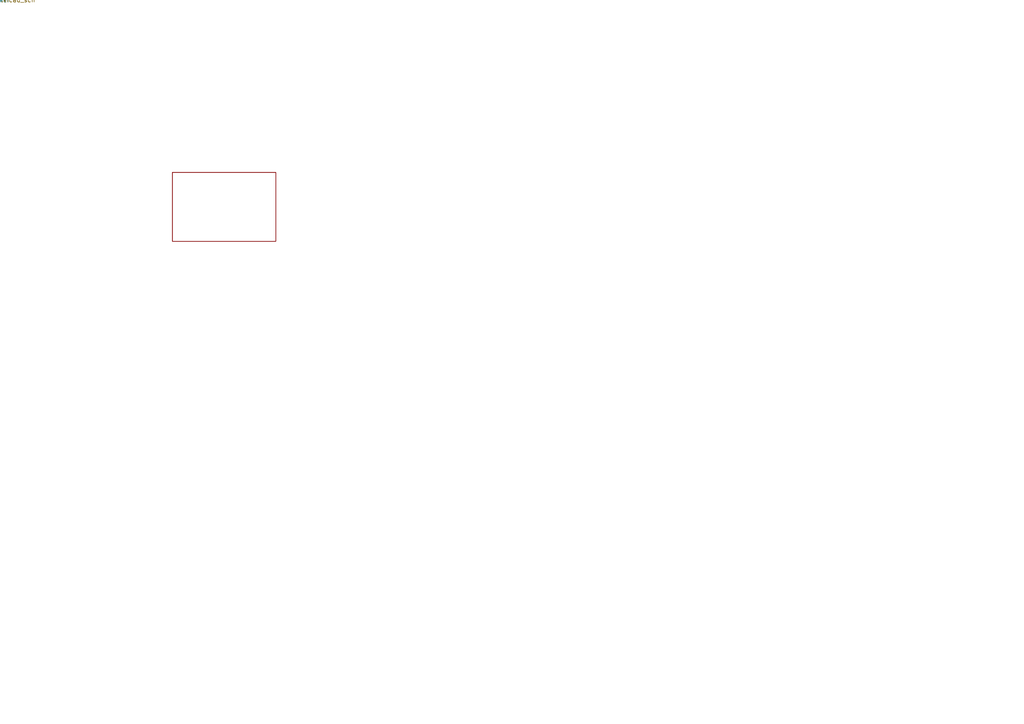
<source format=kicad_sch>
(kicad_sch (version 20211123)
  (sheet (at 50 50) (size 30 20)
    (property "Sheetname" "Power")
    (property "Sheetfile" "power.kicad_sch")
  )
)

</source>
